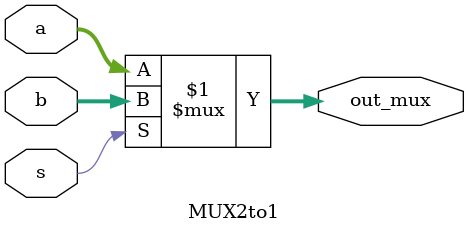
<source format=v>
module MUX2to1 #(parameter size = 0) (a, b, s, out_mux);
    input [size-1:0] a, b;
    input s;
    output [size-1:0] out_mux;

    assign out_mux = s ? b : a;

endmodule

</source>
